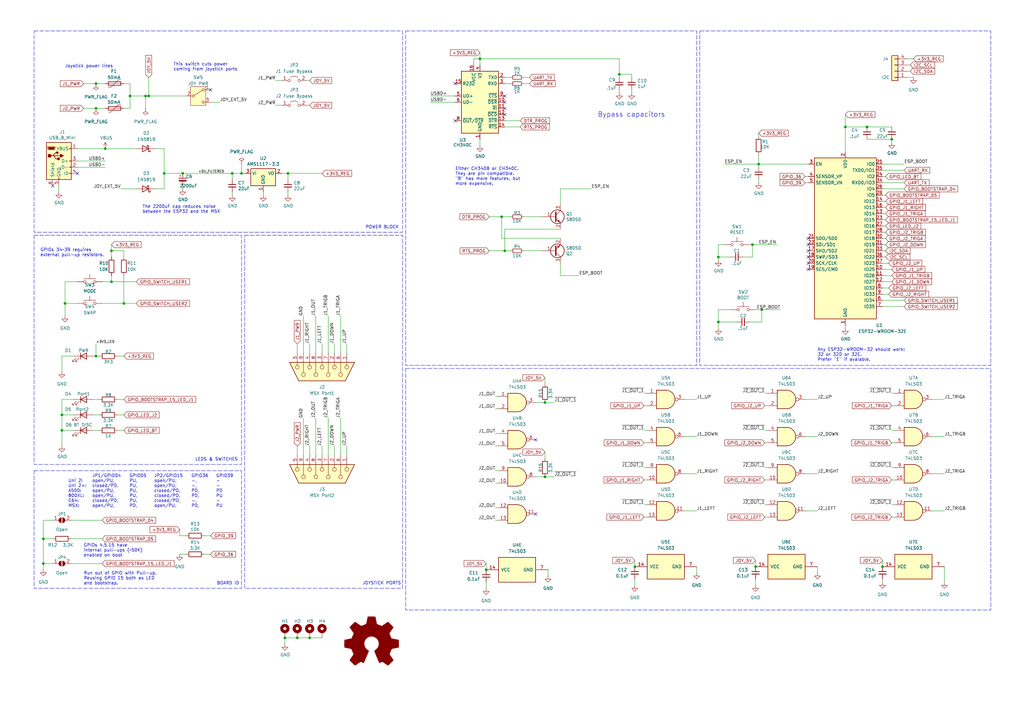
<source format=kicad_sch>
(kicad_sch (version 20230121) (generator eeschema)
  (paper "A3")
  (title_block (title "msx-joyblue-v2") (date "2024-04-14") (rev "Build2c") (company "Albert Herranz"))
  (junction (at 346.71 52.07))
  (junction (at 118.11 71.12))
  (junction (at 25.4 176.53))
  (junction (at 39.37 34.29))
  (junction (at 361.95 232.41))
  (junction (at 223.52 195.58))
  (junction (at 39.37 146.05))
  (junction (at 121.92 261.62))
  (junction (at 45.72 115.57))
  (junction (at 355.6 52.07))
  (junction (at 311.15 67.31))
  (junction (at 127 261.62))
  (junction (at 260.35 232.41))
  (junction (at 99.06 71.12))
  (junction (at 53.34 39.37))
  (junction (at 17.78 220.98))
  (junction (at 365.76 57.15))
  (junction (at 199.39 233.68))
  (junction (at 294.64 132.08))
  (junction (at 308.61 100.33))
  (junction (at 25.4 170.18))
  (junction (at 60.96 39.37))
  (junction (at 309.88 232.41))
  (junction (at 207.01 102.87))
  (junction (at 95.25 71.12))
  (junction (at 45.72 102.87))
  (junction (at 50.8 124.46))
  (junction (at 26.67 124.46))
  (junction (at 254 30.48))
  (junction (at 43.18 60.96))
  (junction (at 67.31 71.12))
  (junction (at 17.78 231.14))
  (junction (at 223.52 165.1))
  (junction (at 116.84 261.62))
  (junction (at 74.93 71.12))
  (junction (at 205.74 88.9))
  (junction (at 59.69 39.37))
  (junction (at 294.64 105.41))
  (junction (at 196.85 24.13))
  (junction (at 312.42 127))
  (junction (at 39.37 44.45))
  (no_connect (at 186.69 49.53))
  (no_connect (at 207.01 41.91))
  (no_connect (at 207.01 46.99))
  (no_connect (at 31.75 71.12))
  (no_connect (at 331.47 110.49))
  (no_connect (at 331.47 107.95))
  (no_connect (at 207.01 44.45))
  (no_connect (at 219.71 210.82))
  (no_connect (at 186.69 34.29))
  (no_connect (at 21.59 76.2))
  (no_connect (at 331.47 102.87))
  (no_connect (at 331.47 100.33))
  (no_connect (at 86.36 36.83))
  (no_connect (at 207.01 39.37))
  (no_connect (at 219.71 180.34))
  (no_connect (at 331.47 97.79))
  (no_connect (at 331.47 105.41))
  (wire (pts (xy 204.47 167.64) (xy 203.2 167.64)))
  (wire (pts (xy 67.31 77.47) (xy 63.5 77.47)))
  (wire (pts (xy 48.26 170.18) (xy 50.8 170.18)))
  (wire (pts (xy 38.1 170.18) (xy 40.64 170.18)))
  (wire (pts (xy 365.76 113.03) (xy 361.95 113.03)))
  (wire (pts (xy 200.66 102.87) (xy 207.01 102.87)))
  (wire (pts (xy 99.06 67.31) (xy 99.06 71.12)))
  (wire (pts (xy 294.64 127) (xy 294.64 132.08)))
  (wire (pts (xy 127 261.62) (xy 132.08 261.62)))
  (wire (pts (xy 17.78 231.14) (xy 17.78 233.68)))
  (wire (pts (xy 361.95 123.19) (xy 370.84 123.19)))
  (wire (pts (xy 45.72 100.33) (xy 45.72 102.87)))
  (wire (pts (xy 60.96 39.37) (xy 76.2 39.37)))
  (wire (pts (xy 21.59 231.14) (xy 17.78 231.14)))
  (wire (pts (xy 125.73 43.18) (xy 127 43.18)))
  (wire (pts (xy 361.95 77.47) (xy 370.84 77.47)))
  (wire (pts (xy 39.37 34.29) (xy 43.18 34.29)))
  (wire (pts (xy 199.39 238.76) (xy 199.39 241.3)))
  (wire (pts (xy 309.88 127) (xy 312.42 127)))
  (wire (pts (xy 294.64 105.41) (xy 299.72 105.41)))
  (wire (pts (xy 312.42 127) (xy 312.42 132.08)))
  (wire (pts (xy 99.06 71.12) (xy 100.33 71.12)))
  (wire (pts (xy 254 30.48) (xy 259.08 30.48)))
  (wire (pts (xy 223.52 195.58) (xy 227.33 195.58)))
  (wire (pts (xy 125.73 33.02) (xy 127 33.02)))
  (wire (pts (xy 196.85 24.13) (xy 254 24.13)))
  (wire (pts (xy 264.16 191.77) (xy 265.43 191.77)))
  (wire (pts (xy 367.03 196.85) (xy 365.76 196.85)))
  (wire (pts (xy 365.76 207.01) (xy 367.03 207.01)))
  (wire (pts (xy 95.25 71.12) (xy 95.25 73.66)))
  (wire (pts (xy 95.25 80.01) (xy 95.25 78.74)))
  (wire (pts (xy 74.93 76.2) (xy 74.93 77.47)))
  (wire (pts (xy 31.75 66.04) (xy 43.18 66.04)))
  (wire (pts (xy 254 36.83) (xy 254 38.1)))
  (wire (pts (xy 129.54 129.54) (xy 129.54 144.78)))
  (wire (pts (xy 29.21 213.36) (xy 41.91 213.36)))
  (wire (pts (xy 330.2 74.93) (xy 331.47 74.93)))
  (wire (pts (xy 60.96 31.75) (xy 60.96 39.37)))
  (wire (pts (xy 53.34 34.29) (xy 53.34 39.37)))
  (wire (pts (xy 229.87 93.98) (xy 207.01 93.98)))
  (wire (pts (xy 361.95 95.25) (xy 363.22 95.25)))
  (wire (pts (xy 355.6 57.15) (xy 365.76 57.15)))
  (wire (pts (xy 67.31 60.96) (xy 63.5 60.96)))
  (wire (pts (xy 259.08 30.48) (xy 259.08 31.75)))
  (wire (pts (xy 24.13 76.2) (xy 24.13 78.74)))
  (wire (pts (xy 50.8 102.87) (xy 50.8 105.41)))
  (wire (pts (xy 365.76 181.61) (xy 367.03 181.61)))
  (wire (pts (xy 107.95 78.74) (xy 107.95 80.01)))
  (wire (pts (xy 30.48 163.83) (xy 25.4 163.83)))
  (wire (pts (xy 346.71 133.35) (xy 346.71 134.62)))
  (wire (pts (xy 361.95 238.76) (xy 361.95 237.49)))
  (wire (pts (xy 361.95 85.09) (xy 363.22 85.09)))
  (wire (pts (xy 21.59 213.36) (xy 17.78 213.36)))
  (wire (pts (xy 83.82 219.71) (xy 86.36 219.71)))
  (wire (pts (xy 50.8 113.03) (xy 50.8 124.46)))
  (wire (pts (xy 311.15 67.31) (xy 331.47 67.31)))
  (wire (pts (xy 121.92 261.62) (xy 116.84 261.62)))
  (wire (pts (xy 196.85 21.59) (xy 196.85 24.13)))
  (wire (pts (xy 196.85 57.15) (xy 196.85 59.69)))
  (wire (pts (xy 31.75 60.96) (xy 43.18 60.96)))
  (wire (pts (xy 294.64 127) (xy 299.72 127)))
  (wire (pts (xy 25.4 176.53) (xy 25.4 182.88)))
  (wire (pts (xy 311.15 67.31) (xy 311.15 68.58)))
  (wire (pts (xy 200.66 88.9) (xy 205.74 88.9)))
  (wire (pts (xy 365.76 212.09) (xy 367.03 212.09)))
  (wire (pts (xy 311.15 54.61) (xy 311.15 55.88)))
  (wire (pts (xy 294.64 132.08) (xy 294.64 134.62)))
  (wire (pts (xy 309.88 232.41) (xy 309.88 229.87)))
  (wire (pts (xy 363.22 100.33) (xy 361.95 100.33)))
  (wire (pts (xy 229.87 77.47) (xy 242.57 77.47)))
  (wire (pts (xy 26.67 115.57) (xy 31.75 115.57)))
  (wire (pts (xy 260.35 232.41) (xy 260.35 229.87)))
  (wire (pts (xy 121.92 140.97) (xy 121.92 144.78)))
  (wire (pts (xy 364.49 118.11) (xy 361.95 118.11)))
  (polyline (pts (xy 24.892 69.596) (xy 24.892 68.326)))
  (wire (pts (xy 67.31 60.96) (xy 67.31 71.12)))
  (wire (pts (xy 361.95 67.31) (xy 370.84 67.31)))
  (wire (pts (xy 25.4 176.53) (xy 30.48 176.53)))
  (wire (pts (xy 364.49 107.95) (xy 361.95 107.95)))
  (wire (pts (xy 83.82 227.33) (xy 86.36 227.33)))
  (wire (pts (xy 132.08 182.88) (xy 132.08 186.69)))
  (wire (pts (xy 314.96 166.37) (xy 313.69 166.37)))
  (wire (pts (xy 207.01 34.29) (xy 209.55 34.29)))
  (wire (pts (xy 176.53 41.91) (xy 186.69 41.91)))
  (wire (pts (xy 39.37 146.05) (xy 40.64 146.05)))
  (wire (pts (xy 265.43 196.85) (xy 264.16 196.85)))
  (wire (pts (xy 361.95 74.93) (xy 370.84 74.93)))
  (wire (pts (xy 219.71 195.58) (xy 223.52 195.58)))
  (wire (pts (xy 314.96 181.61) (xy 313.69 181.61)))
  (wire (pts (xy 363.22 87.63) (xy 361.95 87.63)))
  (wire (pts (xy 25.4 170.18) (xy 25.4 176.53)))
  (wire (pts (xy 294.64 132.08) (xy 302.26 132.08)))
  (wire (pts (xy 17.78 220.98) (xy 17.78 231.14)))
  (wire (pts (xy 363.22 80.01) (xy 361.95 80.01)))
  (wire (pts (xy 365.76 191.77) (xy 367.03 191.77)))
  (wire (pts (xy 31.75 68.58) (xy 43.18 68.58)))
  (wire (pts (xy 194.31 24.13) (xy 194.31 26.67)))
  (wire (pts (xy 59.69 39.37) (xy 60.96 39.37)))
  (wire (pts (xy 330.2 194.31) (xy 335.28 194.31)))
  (wire (pts (xy 50.8 124.46) (xy 55.88 124.46)))
  (wire (pts (xy 39.37 44.45) (xy 43.18 44.45)))
  (wire (pts (xy 50.8 44.45) (xy 53.34 44.45)))
  (wire (pts (xy 264.16 207.01) (xy 265.43 207.01)))
  (wire (pts (xy 207.01 52.07) (xy 213.36 52.07)))
  (wire (pts (xy 90.17 41.91) (xy 86.36 41.91)))
  (wire (pts (xy 219.71 165.1) (xy 223.52 165.1)))
  (wire (pts (xy 204.47 182.88) (xy 203.2 182.88)))
  (wire (pts (xy 118.11 78.74) (xy 118.11 80.01)))
  (wire (pts (xy 137.16 140.97) (xy 137.16 144.78)))
  (wire (pts (xy 205.74 88.9) (xy 209.55 88.9)))
  (wire (pts (xy 204.47 198.12) (xy 203.2 198.12)))
  (wire (pts (xy 313.69 207.01) (xy 314.96 207.01)))
  (wire (pts (xy 204.47 213.36) (xy 203.2 213.36)))
  (wire (pts (xy 214.63 102.87) (xy 222.25 102.87)))
  (wire (pts (xy 26.67 124.46) (xy 26.67 129.54)))
  (wire (pts (xy 313.69 191.77) (xy 314.96 191.77)))
  (wire (pts (xy 313.69 161.29) (xy 314.96 161.29)))
  (wire (pts (xy 312.42 132.08) (xy 307.34 132.08)))
  (wire (pts (xy 127 182.88) (xy 127 186.69)))
  (wire (pts (xy 223.52 165.1) (xy 227.33 165.1)))
  (wire (pts (xy 307.34 100.33) (xy 308.61 100.33)))
  (wire (pts (xy 260.35 237.49) (xy 260.35 240.03)))
  (wire (pts (xy 38.1 163.83) (xy 40.64 163.83)))
  (wire (pts (xy 280.67 163.83) (xy 285.75 163.83)))
  (wire (pts (xy 41.91 124.46) (xy 50.8 124.46)))
  (wire (pts (xy 374.65 24.13) (xy 372.11 24.13)))
  (wire (pts (xy 363.22 102.87) (xy 361.95 102.87)))
  (wire (pts (xy 95.25 71.12) (xy 99.06 71.12)))
  (wire (pts (xy 363.22 97.79) (xy 361.95 97.79)))
  (wire (pts (xy 280.67 179.07) (xy 285.75 179.07)))
  (wire (pts (xy 176.53 39.37) (xy 186.69 39.37)))
  (wire (pts (xy 364.49 120.65) (xy 361.95 120.65)))
  (wire (pts (xy 229.87 97.79) (xy 205.74 97.79)))
  (wire (pts (xy 265.43 166.37) (xy 264.16 166.37)))
  (wire (pts (xy 331.47 72.39) (xy 330.2 72.39)))
  (wire (pts (xy 39.37 140.97) (xy 39.37 146.05)))
  (wire (pts (xy 365.76 110.49) (xy 361.95 110.49)))
  (wire (pts (xy 45.72 102.87) (xy 50.8 102.87)))
  (wire (pts (xy 38.1 176.53) (xy 40.64 176.53)))
  (wire (pts (xy 48.26 146.05) (xy 50.8 146.05)))
  (wire (pts (xy 26.67 115.57) (xy 26.67 124.46)))
  (wire (pts (xy 361.95 90.17) (xy 363.22 90.17)))
  (wire (pts (xy 139.7 171.45) (xy 139.7 186.69)))
  (wire (pts (xy 363.22 92.71) (xy 361.95 92.71)))
  (wire (pts (xy 203.2 208.28) (xy 204.47 208.28)))
  (wire (pts (xy 330.2 179.07) (xy 335.28 179.07)))
  (wire (pts (xy 45.72 113.03) (xy 45.72 115.57)))
  (wire (pts (xy 48.26 176.53) (xy 50.8 176.53)))
  (wire (pts (xy 45.72 105.41) (xy 45.72 102.87)))
  (wire (pts (xy 314.96 196.85) (xy 313.69 196.85)))
  (wire (pts (xy 365.76 176.53) (xy 367.03 176.53)))
  (wire (pts (xy 224.79 233.68) (xy 224.79 236.22)))
  (wire (pts (xy 34.29 44.45) (xy 39.37 44.45)))
  (wire (pts (xy 74.93 71.12) (xy 95.25 71.12)))
  (wire (pts (xy 382.27 163.83) (xy 387.35 163.83)))
  (wire (pts (xy 67.31 71.12) (xy 74.93 71.12)))
  (wire (pts (xy 134.62 129.54) (xy 134.62 144.78)))
  (wire (pts (xy 294.64 105.41) (xy 294.64 106.68)))
  (wire (pts (xy 203.2 162.56) (xy 204.47 162.56)))
  (wire (pts (xy 53.34 34.29) (xy 50.8 34.29)))
  (wire (pts (xy 25.4 163.83) (xy 25.4 170.18)))
  (wire (pts (xy 223.52 154.94) (xy 223.52 157.48)))
  (wire (pts (xy 330.2 163.83) (xy 335.28 163.83)))
  (wire (pts (xy 254 24.13) (xy 254 30.48)))
  (wire (pts (xy 41.91 220.98) (xy 29.21 220.98)))
  (wire (pts (xy 127 140.97) (xy 127 144.78)))
  (wire (pts (xy 55.88 77.47) (xy 49.53 77.47)))
  (wire (pts (xy 214.63 31.75) (xy 217.17 31.75)))
  (wire (pts (xy 67.31 71.12) (xy 67.31 77.47)))
  (wire (pts (xy 387.35 179.07) (xy 382.27 179.07)))
  (wire (pts (xy 73.66 217.17) (xy 73.66 219.71)))
  (wire (pts (xy 346.71 46.99) (xy 346.71 52.07)))
  (wire (pts (xy 367.03 166.37) (xy 365.76 166.37)))
  (wire (pts (xy 229.87 107.95) (xy 229.87 113.03)))
  (wire (pts (xy 53.34 39.37) (xy 59.69 39.37)))
  (wire (pts (xy 365.76 57.15) (xy 365.76 58.42)))
  (wire (pts (xy 59.69 44.45) (xy 59.69 39.37)))
  (wire (pts (xy 34.29 34.29) (xy 39.37 34.29)))
  (wire (pts (xy 121.92 182.88) (xy 121.92 186.69)))
  (wire (pts (xy 129.54 171.45) (xy 129.54 186.69)))
  (wire (pts (xy 207.01 93.98) (xy 207.01 102.87)))
  (wire (pts (xy 365.76 115.57) (xy 361.95 115.57)))
  (wire (pts (xy 17.78 213.36) (xy 17.78 220.98)))
  (wire (pts (xy 41.91 115.57) (xy 45.72 115.57)))
  (wire (pts (xy 382.27 194.31) (xy 387.35 194.31)))
  (wire (pts (xy 363.22 105.41) (xy 361.95 105.41)))
  (wire (pts (xy 314.96 212.09) (xy 313.69 212.09)))
  (wire (pts (xy 330.2 209.55) (xy 335.28 209.55)))
  (wire (pts (xy 308.61 100.33) (xy 308.61 105.41)))
  (wire (pts (xy 346.71 52.07) (xy 346.71 62.23)))
  (wire (pts (xy 308.61 105.41) (xy 304.8 105.41)))
  (wire (pts (xy 30.48 170.18) (xy 25.4 170.18)))
  (wire (pts (xy 205.74 97.79) (xy 205.74 88.9)))
  (wire (pts (xy 207.01 31.75) (xy 209.55 31.75)))
  (wire (pts (xy 196.85 24.13) (xy 196.85 26.67)))
  (wire (pts (xy 311.15 67.31) (xy 297.18 67.31)))
  (wire (pts (xy 73.66 227.33) (xy 76.2 227.33)))
  (wire (pts (xy 207.01 102.87) (xy 209.55 102.87)))
  (wire (pts (xy 196.85 24.13) (xy 194.31 24.13)))
  (wire (pts (xy 121.92 261.62) (xy 127 261.62)))
  (wire (pts (xy 203.2 193.04) (xy 204.47 193.04)))
  (wire (pts (xy 29.21 231.14) (xy 41.91 231.14)))
  (wire (pts (xy 254 30.48) (xy 254 31.75)))
  (wire (pts (xy 294.64 100.33) (xy 294.64 105.41)))
  (wire (pts (xy 361.95 229.87) (xy 361.95 232.41)))
  (wire (pts (xy 73.66 219.71) (xy 76.2 219.71)))
  (wire (pts (xy 311.15 63.5) (xy 311.15 67.31)))
  (wire (pts (xy 203.2 177.8) (xy 204.47 177.8)))
  (wire (pts (xy 313.69 176.53) (xy 314.96 176.53)))
  (wire (pts (xy 48.26 163.83) (xy 50.8 163.83)))
  (wire (pts (xy 285.75 232.41) (xy 285.75 234.95)))
  (wire (pts (xy 280.67 209.55) (xy 285.75 209.55)))
  (wire (pts (xy 373.38 29.21) (xy 372.11 29.21)))
  (wire (pts (xy 39.37 146.05) (xy 38.1 146.05)))
  (wire (pts (xy 355.6 52.07) (xy 365.76 52.07)))
  (wire (pts (xy 124.46 129.54) (xy 124.46 144.78)))
  (wire (pts (xy 259.08 36.83) (xy 259.08 38.1)))
  (wire (pts (xy 142.24 140.97) (xy 142.24 144.78)))
  (wire (pts (xy 308.61 100.33) (xy 318.77 100.33)))
  (wire (pts (xy 223.52 185.42) (xy 223.52 187.96)))
  (wire (pts (xy 297.18 100.33) (xy 294.64 100.33)))
  (wire (pts (xy 25.4 146.05) (xy 25.4 152.4)))
  (wire (pts (xy 311.15 73.66) (xy 311.15 74.93)))
  (wire (pts (xy 265.43 181.61) (xy 264.16 181.61)))
  (wire (pts (xy 30.48 146.05) (xy 25.4 146.05)))
  (wire (pts (xy 335.28 232.41) (xy 335.28 234.95)))
  (wire (pts (xy 214.63 88.9) (xy 222.25 88.9)))
  (wire (pts (xy 43.18 60.96) (xy 55.88 60.96)))
  (wire (pts (xy 214.63 34.29) (xy 217.17 34.29)))
  (wire (pts (xy 207.01 49.53) (xy 213.36 49.53)))
  (wire (pts (xy 363.22 82.55) (xy 361.95 82.55)))
  (wire (pts (xy 118.11 71.12) (xy 118.11 73.66)))
  (wire (pts (xy 137.16 182.88) (xy 137.16 186.69)))
  (wire (pts (xy 365.76 161.29) (xy 367.03 161.29)))
  (wire (pts (xy 142.24 182.88) (xy 142.24 186.69)))
  (wire (pts (xy 361.95 69.85) (xy 370.84 69.85)))
  (wire (pts (xy 229.87 83.82) (xy 229.87 77.47)))
  (wire (pts (xy 113.03 43.18) (xy 115.57 43.18)))
  (wire (pts (xy 264.16 161.29) (xy 265.43 161.29)))
  (wire (pts (xy 312.42 127) (xy 320.04 127)))
  (wire (pts (xy 134.62 171.45) (xy 134.62 186.69)))
  (wire (pts (xy 361.95 125.73) (xy 370.84 125.73)))
  (wire (pts (xy 199.39 233.68) (xy 199.39 231.14)))
  (wire (pts (xy 116.84 261.62) (xy 116.84 264.16)))
  (wire (pts (xy 387.35 209.55) (xy 382.27 209.55)))
  (wire (pts (xy 53.34 39.37) (xy 53.34 44.45)))
  (wire (pts (xy 264.16 176.53) (xy 265.43 176.53)))
  (wire (pts (xy 265.43 212.09) (xy 264.16 212.09)))
  (wire (pts (xy 26.67 124.46) (xy 31.75 124.46)))
  (wire (pts (xy 113.03 33.02) (xy 115.57 33.02)))
  (wire (pts (xy 373.38 26.67) (xy 372.11 26.67)))
  (wire (pts (xy 346.71 52.07) (xy 355.6 52.07)))
  (wire (pts (xy 124.46 171.45) (xy 124.46 186.69)))
  (wire (pts (xy 17.78 220.98) (xy 21.59 220.98)))
  (wire (pts (xy 118.11 71.12) (xy 132.08 71.12)))
  (wire (pts (xy 309.88 237.49) (xy 309.88 240.03)))
  (wire (pts (xy 45.72 115.57) (xy 55.88 115.57)))
  (wire (pts (xy 372.11 31.75) (xy 374.65 31.75)))
  (wire (pts (xy 132.08 140.97) (xy 132.08 144.78)))
  (wire (pts (xy 363.22 72.39) (xy 361.95 72.39)))
  (wire (pts (xy 139.7 129.54) (xy 139.7 144.78)))
  (wire (pts (xy 229.87 113.03) (xy 237.49 113.03)))
  (wire (pts (xy 280.67 194.31) (xy 285.75 194.31)))
  (wire (pts (xy 118.11 71.12) (xy 115.57 71.12)))
  (wire (pts (xy 387.35 238.76) (xy 387.35 232.41)))
  (rectangle (start 100.33 96.52) (end 165.1 241.3) (stroke (width 0) (type dash)))
  (rectangle (start 13.97 12.7) (end 165.1 95.25) (stroke (width 0) (type dash)))
  (rectangle (start 166.37 12.7) (end 285.75 149.86) (stroke (width 0) (type dash)))
  (rectangle (start 13.97 193.04) (end 99.06 241.3) (stroke (width 0) (type dash)))
  (rectangle (start 287.02 12.7) (end 406.4 149.86) (stroke (width 0) (type dash)))
  (rectangle (start 13.97 96.52) (end 99.06 190.5) (stroke (width 0) (type dash)))
  (rectangle (start 166.37 151.13) (end 406.4 250.19) (stroke (width 0) (type dash)))
  (text "		JP1/GPIO04	GPIO05	JP2/GPIO15	GPIO36	GPIO39\nUni 2:	open/PU,	PU,		open/PU,	-,		-\nUni 2+:	closed/PD,	PU,		open/PU,	-,		-\nA500:	open/PU,	PU,		closed/PD,	PD,		PD\n800XL:	open/PU,	PU,		closed/PD,	PD,		PU\nC64:	closed/PD,	PU,		closed/PD,	-,		-\nMSX:	open/PU,	PD,		open/PU,	PD,		PU" (at 27.94 208.28 0) (effects (font (size 1.27 1.27)) (justify left bottom)))
  (text "This switch cuts power\ncoming from joystick ports" (at 71.12 29.21 0) (effects (font (size 1.27 1.27)) (justify left bottom)))
  (text "GPIOs 4,5,15 have\ninternal pull-ups (~50K)\nenabled on boot" (at 34.29 228.6 0) (effects (font (size 1.27 1.27)) (justify left bottom)))
  (text "BOARD ID" (at 88.9 240.03 0) (effects (font (size 1.27 1.27)) (justify left bottom)))
  (text "Joystick power lines" (at 26.67 27.94 0) (effects (font (size 1.27 1.27)) (justify left bottom)))
  (text "GPIOs 34~39 requires\nexternal pull-up resistors." (at 16.51 105.41 0) (effects (font (size 1.27 1.27)) (justify left bottom)))
  (text "POWER BLOCK" (at 149.86 93.98 0) (effects (font (size 1.27 1.27)) (justify left bottom)))
  (text "JOYSTICK PORTS" (at 148.59 240.03 0) (effects (font (size 1.27 1.27)) (justify left bottom)))
  (text "Bypass capacitors" (at 245.11 48.26 0) (effects (font (size 2 2)) (justify left bottom)))
  (text "Run out of GPIO with Pull-up.\nReusing GPIO 15 both as LED\nand bootstrap." (at 34.29 240.03 0) (effects (font (size 1.27 1.27)) (justify left bottom)))
  (text "LEDS & SWITCHES" (at 80.01 189.23 0) (effects (font (size 1.27 1.27)) (justify left bottom)))
  (text "Either CH340B or CH340C.\nThey are pin compatible.\n\"B\" has more features, but\nmore expensive." (at 186.69 76.2 0) (effects (font (size 1.27 1.27)) (justify left bottom)))
  (text "Any ESP32-WROOM-32 should work:\n32 or 32D or 32E.\nPrefer \"E\" if avaiable." (at 335.28 148.336 0) (effects (font (size 1.27 1.27)) (justify left bottom)))
  (text "The 2200uF cap reduces noise\nbetween the ESP32 and the MSX\n" (at 58.42 87.63 0) (effects (font (size 1.27 1.27)) (justify left bottom)))
  (label "J2_OUT" (at 203.2 208.28 180))
  (label "~{J1_OUT_1}" (at 227.33 165.1 0))
  (label "~{J2_OUT_1}" (at 365.76 207.01 180))
  (label "~{J1_OUT_1}" (at 365.76 176.53 180))
  (label "J2_RIGHT" (at 127 182.88 90))
  (label "J2_OUT" (at 203.2 198.12 180))
  (label "JOY_EXT_5V" (at 49.53 77.47 180))
  (label "J2_OUT" (at 203.2 213.36 180))
  (label "J1_OUT" (at 203.2 182.88 180))
  (label "~{J2_OUT_1}" (at 365.76 191.77 180))
  (label "J2_TRIGB" (at 387.35 209.55 0))
  (label "J2_TRIGA" (at 139.7 171.45 90))
  (label "J2_UP" (at 335.28 163.83 0))
  (label "J1_RIGHT" (at 127 140.97 90))
  (label "JOY_EXT_5V" (at 90.17 41.91 0))
  (label "J1_OUT" (at 203.2 177.8 180))
  (label "ESP_EN" (at 297.18 67.31 0))
  (label "J1_DOWN" (at 285.75 179.07 0))
  (label "USBD+" (at 176.53 39.37 0))
  (label "J1_RIGHT" (at 285.75 194.31 0))
  (label "~{J1_OUT_1}" (at 365.76 161.29 180))
  (label "J2_LEFT" (at 132.08 182.88 90))
  (label "J1_PWR" (at 113.03 33.02 180))
  (label "J2_TRIGA" (at 387.35 194.31 0))
  (label "J2_OUT" (at 203.2 193.04 180))
  (label "ESP_EN" (at 311.15 100.33 0))
  (label "J1_LEFT" (at 285.75 209.55 0))
  (label "J2_TRIGB" (at 134.62 171.45 90))
  (label "ESP_BOOT" (at 237.49 113.03 0))
  (label "J1_TRIGB" (at 134.62 129.54 90))
  (label "J1_TRIGA" (at 139.7 129.54 90))
  (label "ESP_BOOT" (at 320.04 127 180))
  (label "J1_TRIGA" (at 387.35 163.83 0))
  (label "J1_OUT" (at 203.2 162.56 180))
  (label "J1_LEFT" (at 132.08 140.97 90))
  (label "J1_OUT" (at 129.54 129.54 90))
  (label "~{J1_OUT_1}" (at 264.16 176.53 180))
  (label "J2_RIGHT" (at 335.28 194.31 0))
  (label "~{J1_OUT_1}" (at 264.16 207.01 180))
  (label "~{J1_OUT_1}" (at 264.16 191.77 180))
  (label "J2_PWR" (at 113.03 43.18 180))
  (label "USBD-" (at 43.18 68.58 180))
  (label "J2_UP" (at 142.24 182.88 90))
  (label "~{J2_OUT_1}" (at 313.69 191.77 180))
  (label "J1_UP" (at 142.24 140.97 90))
  (label "~{J2_OUT_1}" (at 313.69 176.53 180))
  (label "J2_DOWN" (at 335.28 179.07 0))
  (label "USBD-" (at 176.53 41.91 0))
  (label "USBD+" (at 43.18 66.04 180))
  (label "J2_OUT" (at 129.54 171.45 90))
  (label "GND" (at 124.46 171.45 90))
  (label "J1_OUT" (at 203.2 167.64 180))
  (label "J2_LEFT" (at 335.28 209.55 0))
  (label "ESP_EN" (at 242.57 77.47 0))
  (label "~{J2_OUT_1}" (at 227.33 195.58 0))
  (label "~{J1_OUT_1}" (at 264.16 161.29 180))
  (label "J1_UP" (at 285.75 163.83 0))
  (label "~{J2_OUT_1}" (at 313.69 161.29 180))
  (label "GND" (at 124.46 129.54 90))
  (label "ESP_BOOT" (at 370.84 67.31 0))
  (label "+5V_FILTERED" (at 81.28 71.12 0) (effects (font (size 1 1))))
  (label "J1_TRIGB" (at 387.35 179.07 0))
  (label "J1_DOWN" (at 137.16 140.97 90))
  (label "~{J2_OUT_1}" (at 313.69 207.01 180))
  (label "+3V3_LED" (at 39.37 140.97 0) (effects (font (size 1 1))))
  (label "J2_DOWN" (at 137.16 182.88 90))
  (global_label "JOY_5V" (shape input) (at 223.52 185.42 180) (property "Intersheetrefs" "${INTERSHEET_REFS}" (effects hide)))
  (global_label "+3V3_REG" (shape input) (at 311.15 54.61 0) (property "Intersheetrefs" "${INTERSHEET_REFS}" (effects hide)))
  (global_label "GPIO_J2_TRIGB" (shape input) (at 365.76 212.09 180) (property "Intersheetrefs" "${INTERSHEET_REFS}" (effects hide)))
  (global_label "GPIO_36" (shape input) (at 86.36 227.33 0) (property "Intersheetrefs" "${INTERSHEET_REFS}" (effects hide)))
  (global_label "GPIO_J2_DOWN" (shape input) (at 363.22 100.33 0) (property "Intersheetrefs" "${INTERSHEET_REFS}" (effects hide)))
  (global_label "UART_RX" (shape input) (at 370.84 69.85 0) (property "Intersheetrefs" "${INTERSHEET_REFS}" (effects hide)))
  (global_label "GPIO_J1_RIGHT" (shape input) (at 363.22 85.09 0) (property "Intersheetrefs" "${INTERSHEET_REFS}" (effects hide)))
  (global_label "GPIO_J1_UP" (shape input) (at 365.76 110.49 0) (property "Intersheetrefs" "${INTERSHEET_REFS}" (effects hide)))
  (global_label "JOY_5V" (shape input) (at 260.35 229.87 180) (property "Intersheetrefs" "${INTERSHEET_REFS}" (effects hide)))
  (global_label "GPIO_BOOTSTRAP_04" (shape input) (at 41.91 213.36 0) (property "Intersheetrefs" "${INTERSHEET_REFS}" (effects hide)))
  (global_label "GPIO_LED_J2" (shape input) (at 363.22 92.71 0) (property "Intersheetrefs" "${INTERSHEET_REFS}" (effects hide)))
  (global_label "GPIO_BOOTSTRAP_05" (shape input) (at 363.22 80.01 0) (property "Intersheetrefs" "${INTERSHEET_REFS}" (effects hide)))
  (global_label "GPIO_J2_TRIGA" (shape input) (at 365.76 196.85 180) (property "Intersheetrefs" "${INTERSHEET_REFS}" (effects hide)))
  (global_label "GPIO_J1_LEFT" (shape input) (at 363.22 82.55 0) (property "Intersheetrefs" "${INTERSHEET_REFS}" (effects hide)))
  (global_label "RTS_PROG" (shape input) (at 200.66 102.87 180) (property "Intersheetrefs" "${INTERSHEET_REFS}" (effects hide)))
  (global_label "GPIO_J1_RIGHT" (shape input) (at 264.16 196.85 180) (property "Intersheetrefs" "${INTERSHEET_REFS}" (effects hide)))
  (global_label "GPIO_LED_BT" (shape input) (at 50.8 176.53 0) (property "Intersheetrefs" "${INTERSHEET_REFS}" (effects hide)))
  (global_label "GPIO_SWITCH_USER1" (shape input) (at 370.84 123.19 0) (property "Intersheetrefs" "${INTERSHEET_REFS}" (effects hide)))
  (global_label "GPIO_J2_DOWN" (shape input) (at 313.69 181.61 180) (property "Intersheetrefs" "${INTERSHEET_REFS}" (effects hide)))
  (global_label "GPIO_J2_RIGHT" (shape input) (at 313.69 196.85 180) (property "Intersheetrefs" "${INTERSHEET_REFS}" (effects hide)))
  (global_label "JOY_5V" (shape input) (at 60.96 31.75 90) (property "Intersheetrefs" "${INTERSHEET_REFS}" (effects hide)))
  (global_label "UART_RX" (shape input) (at 217.17 34.29 0) (property "Intersheetrefs" "${INTERSHEET_REFS}" (effects hide)))
  (global_label "GPIO_J1_TRIGB" (shape input) (at 365.76 181.61 180) (property "Intersheetrefs" "${INTERSHEET_REFS}" (effects hide)))
  (global_label "GPIO_BOOTSTRAP_05" (shape input) (at 41.91 220.98 0) (property "Intersheetrefs" "${INTERSHEET_REFS}" (effects hide)))
  (global_label "GPIO_BOOTSTRAP_15_LED_J1" (shape input) (at 41.91 231.14 0) (property "Intersheetrefs" "${INTERSHEET_REFS}" (effects hide)))
  (global_label "+3V3_REG" (shape input) (at 196.85 21.59 180) (property "Intersheetrefs" "${INTERSHEET_REFS}" (effects hide)))
  (global_label "+3V3_REG" (shape input) (at 132.08 71.12 0) (property "Intersheetrefs" "${INTERSHEET_REFS}" (effects hide)))
  (global_label "JOY_5V" (shape input) (at 361.95 229.87 180) (property "Intersheetrefs" "${INTERSHEET_REFS}" (effects hide)))
  (global_label "GPIO_BOOTSTRAP_04" (shape input) (at 370.84 77.47 0) (property "Intersheetrefs" "${INTERSHEET_REFS}" (effects hide)))
  (global_label "GPIO_BOOTSTRAP_15_LED_J1" (shape input) (at 363.22 90.17 0) (property "Intersheetrefs" "${INTERSHEET_REFS}" (effects hide)))
  (global_label "J2_PWR" (shape input) (at 121.92 182.88 90) (property "Intersheetrefs" "${INTERSHEET_REFS}" (effects hide)))
  (global_label "GPIO_J2_TRIGA" (shape input) (at 363.22 97.79 0) (property "Intersheetrefs" "${INTERSHEET_REFS}" (effects hide)))
  (global_label "GPIO_J2_LEFT" (shape input) (at 313.69 212.09 180) (property "Intersheetrefs" "${INTERSHEET_REFS}" (effects hide)))
  (global_label "GPIO_BOOTSTRAP_15_LED_J1" (shape input) (at 50.8 163.83 0) (property "Intersheetrefs" "${INTERSHEET_REFS}" (effects hide)))
  (global_label "GPIO_J2_TRIGB" (shape input) (at 363.22 95.25 0) (property "Intersheetrefs" "${INTERSHEET_REFS}" (effects hide)))
  (global_label "+3V3_REG" (shape input) (at 45.72 100.33 0) (property "Intersheetrefs" "${INTERSHEET_REFS}" (effects hide)))
  (global_label "GPIO_LED_J2" (shape input) (at 50.8 170.18 0) (property "Intersheetrefs" "${INTERSHEET_REFS}" (effects hide)))
  (global_label "J1_PWR" (shape input) (at 34.29 34.29 180) (property "Intersheetrefs" "${INTERSHEET_REFS}" (effects hide)))
  (global_label "JOY_5V" (shape input) (at 199.39 231.14 180) (property "Intersheetrefs" "${INTERSHEET_REFS}" (effects hide)))
  (global_label "GPIO_SWITCH_USER2" (shape input) (at 370.84 125.73 0) (property "Intersheetrefs" "${INTERSHEET_REFS}" (effects hide)))
  (global_label "I2C_SDA" (shape input) (at 373.38 29.21 0) (property "Intersheetrefs" "${INTERSHEET_REFS}" (effects hide)))
  (global_label "JOY_5V" (shape input) (at 127 33.02 0) (property "Intersheetrefs" "${INTERSHEET_REFS}" (effects hide)))
  (global_label "I2C_SCL" (shape input) (at 373.38 26.67 0) (property "Intersheetrefs" "${INTERSHEET_REFS}" (effects hide)))
  (global_label "JOY_5V" (shape input) (at 309.88 229.87 180) (property "Intersheetrefs" "${INTERSHEET_REFS}" (effects hide)))
  (global_label "I2C_SCL" (shape input) (at 363.22 105.41 0) (property "Intersheetrefs" "${INTERSHEET_REFS}" (effects hide)))
  (global_label "GPIO_J1_TRIGB" (shape input) (at 365.76 113.03 0) (property "Intersheetrefs" "${INTERSHEET_REFS}" (effects hide)))
  (global_label "J2_PWR" (shape input) (at 34.29 44.45 180) (property "Intersheetrefs" "${INTERSHEET_REFS}" (effects hide)))
  (global_label "GPIO_J1_TRIGA" (shape input) (at 363.22 87.63 0) (property "Intersheetrefs" "${INTERSHEET_REFS}" (effects hide)))
  (global_label "J1_PWR" (shape input) (at 121.92 140.97 90) (property "Intersheetrefs" "${INTERSHEET_REFS}" (effects hide)))
  (global_label "UART_TX" (shape input) (at 370.84 74.93 0) (property "Intersheetrefs" "${INTERSHEET_REFS}" (effects hide)))
  (global_label "GPIO_J2_UP" (shape input) (at 313.69 166.37 180) (property "Intersheetrefs" "${INTERSHEET_REFS}" (effects hide)))
  (global_label "RTS_PROG" (shape input) (at 213.36 52.07 0) (property "Intersheetrefs" "${INTERSHEET_REFS}" (effects hide)))
  (global_label "GPIO_39" (shape input) (at 86.36 219.71 0) (property "Intersheetrefs" "${INTERSHEET_REFS}" (effects hide)))
  (global_label "GPIO_J1_TRIGA" (shape input) (at 365.76 166.37 180) (property "Intersheetrefs" "${INTERSHEET_REFS}" (effects hide)))
  (global_label "+3V3_REG" (shape input) (at 73.66 217.17 180) (property "Intersheetrefs" "${INTERSHEET_REFS}" (effects hide)))
  (global_label "GPIO_J2_RIGHT" (shape input) (at 364.49 120.65 0) (property "Intersheetrefs" "${INTERSHEET_REFS}" (effects hide)))
  (global_label "GPIO_J1_DOWN" (shape input) (at 264.16 181.61 180) (property "Intersheetrefs" "${INTERSHEET_REFS}" (effects hide)))
  (global_label "GPIO_SWITCH_USER2" (shape input) (at 55.88 124.46 0) (property "Intersheetrefs" "${INTERSHEET_REFS}" (effects hide)))
  (global_label "GPIO_J1_UP" (shape input) (at 264.16 166.37 180) (property "Intersheetrefs" "${INTERSHEET_REFS}" (effects hide)))
  (global_label "DTR_PROG" (shape input) (at 213.36 49.53 0) (property "Intersheetrefs" "${INTERSHEET_REFS}" (effects hide)))
  (global_label "GPIO_J1_DOWN" (shape input) (at 365.76 115.57 0) (property "Intersheetrefs" "${INTERSHEET_REFS}" (effects hide)))
  (global_label "GPIO_J2_UP" (shape input) (at 364.49 107.95 0) (property "Intersheetrefs" "${INTERSHEET_REFS}" (effects hide)))
  (global_label "GPIO_39" (shape input) (at 330.2 74.93 180) (property "Intersheetrefs" "${INTERSHEET_REFS}" (effects hide)))
  (global_label "UART_TX" (shape input) (at 217.17 31.75 0) (property "Intersheetrefs" "${INTERSHEET_REFS}" (effects hide)))
  (global_label "DTR_PROG" (shape input) (at 200.66 88.9 180) (property "Intersheetrefs" "${INTERSHEET_REFS}" (effects hide)))
  (global_label "GPIO_J2_LEFT" (shape input) (at 364.49 118.11 0) (property "Intersheetrefs" "${INTERSHEET_REFS}" (effects hide)))
  (global_label "GPIO_LED_BT" (shape input) (at 363.22 72.39 0) (property "Intersheetrefs" "${INTERSHEET_REFS}" (effects hide)))
  (global_label "GPIO_SWITCH_USER1" (shape input) (at 55.88 115.57 0) (property "Intersheetrefs" "${INTERSHEET_REFS}" (effects hide)))
  (global_label "+3V3_REG" (shape input) (at 50.8 146.05 0) (property "Intersheetrefs" "${INTERSHEET_REFS}" (effects hide)))
  (global_label "GPIO_J1_LEFT" (shape input) (at 264.16 212.09 180) (property "Intersheetrefs" "${INTERSHEET_REFS}" (effects hide)))
  (global_label "I2C_SDA" (shape input) (at 363.22 102.87 0) (property "Intersheetrefs" "${INTERSHEET_REFS}" (effects hide)))
  (global_label "+3V3_REG" (shape input) (at 374.65 24.13 0) (property "Intersheetrefs" "${INTERSHEET_REFS}" (effects hide)))
  (global_label "GPIO_36" (shape input) (at 330.2 72.39 180) (property "Intersheetrefs" "${INTERSHEET_REFS}" (effects hide)))
  (global_label "+3V3_REG" (shape input) (at 346.71 46.99 0) (property "Intersheetrefs" "${INTERSHEET_REFS}" (effects hide)))
  (global_label "JOY_5V" (shape input) (at 127 43.18 0) (property "Intersheetrefs" "${INTERSHEET_REFS}" (effects hide)))
  (global_label "JOY_5V" (shape input) (at 223.52 154.94 180) (property "Intersheetrefs" "${INTERSHEET_REFS}" (effects hide)))
  (symbol (lib_id "Device:R") (at 80.01 219.71 270) (mirror x) (unit 1)
    (property "Reference" "R13" (at 80.01 214.884 90))
    (property "Value" "10K" (at 80.01 217.17 90))
    (property "Footprint" "Resistor_SMD:R_0805_2012Metric_Pad1.20x1.40mm_HandSolder" (effects hide))
  )
  (symbol (lib_id "power:GND") (at 309.88 240.03 0) (unit 1)
    (property "Reference" "#PWR025" (effects hide))
    (property "Value" "GND" (at 309.88 245.11 0))
  )
  (symbol (lib_id "power:GND") (at 95.25 80.01 0) (unit 1)
    (property "Reference" "#PWR015" (effects hide))
    (property "Value" "GND" (at 95.377 84.4042 0))
  )
  (symbol (lib_id "power:GND") (at 116.84 264.16 0) (unit 1)
    (property "Reference" "#PWR09" (effects hide))
    (property "Value" "GND" (at 116.967 268.5542 0))
  )
  (symbol (lib_id "74xx:74LS03") (at 212.09 195.58 0) (unit 3)
    (property "Reference" "U4" (at 212.0817 186.69 0))
    (property "Value" "74LS03" (at 212.0817 189.23 0))
    (property "Footprint" "Package_SO:SOIC-14_3.9x8.7mm_P1.27mm" (effects hide))
    (property "Datasheet" "http://www.ti.com/lit/gpn/sn74LS03" (effects hide))
  )
  (symbol (lib_id "Device:C_Small") (at 355.6 54.61 0) (unit 1)
    (property "Reference" "C4" (at 350.52 53.34 0))
    (property "Value" ".1uF" (at 350.52 55.88 0))
    (property "Footprint" "Capacitor_SMD:C_0805_2012Metric_Pad1.18x1.45mm_HandSolder" (effects hide))
  )
  (symbol (lib_id "power:GND") (at 294.64 134.62 0) (unit 1)
    (property "Reference" "#PWR02" (effects hide))
    (property "Value" "GND" (at 294.767 139.0142 0))
  )
  (symbol (lib_id "power:GND") (at 260.35 240.03 0) (unit 1)
    (property "Reference" "#PWR023" (effects hide))
    (property "Value" "GND" (at 260.35 245.11 0))
  )
  (symbol (lib_id "power:GND") (at 224.79 236.22 0) (unit 1)
    (property "Reference" "#PWR021" (effects hide))
    (property "Value" "GND" (at 224.79 241.3 0))
  )
  (symbol (lib_id "74xx:74LS03") (at 212.09 233.68 90) (unit 5)
    (property "Reference" "U4" (at 212.09 223.52 90))
    (property "Value" "74LS03" (at 212.09 226.06 90))
    (property "Footprint" "Package_SO:SOIC-14_3.9x8.7mm_P1.27mm" (effects hide))
    (property "Datasheet" "http://www.ti.com/lit/gpn/sn74LS03" (effects hide))
  )
  (symbol (lib_id "Device:C_Small") (at 309.88 234.95 0) (unit 1)
    (property "Reference" "C13" (at 304.8 233.68 0))
    (property "Value" "0.1uF" (at 304.8 236.22 0))
    (property "Footprint" "Capacitor_SMD:C_0805_2012Metric_Pad1.18x1.45mm_HandSolder" (effects hide))
  )
  (symbol (lib_id "Device:C_Small") (at 311.15 71.12 0) (unit 1)
    (property "Reference" "C3" (at 306.07 69.85 0))
    (property "Value" "22uF" (at 306.07 72.39 0))
    (property "Footprint" "Capacitor_SMD:C_0805_2012Metric_Pad1.18x1.45mm_HandSolder" (effects hide))
  )
  (symbol (lib_id "74xx:74LS03") (at 374.65 209.55 0) (unit 4)
    (property "Reference" "U7" (at 374.6417 200.66 0))
    (property "Value" "74LS03" (at 374.6417 203.2 0))
    (property "Footprint" "Package_SO:SOIC-14_3.9x8.7mm_P1.27mm" (effects hide))
    (property "Datasheet" "http://www.ti.com/lit/gpn/sn74LS03" (effects hide))
  )
  (symbol (lib_id "Regulator_Linear:AMS1117-3.3") (at 107.95 71.12 0) (unit 1)
    (property "Reference" "U2" (at 107.95 64.9732 0))
    (property "Value" "AMS1117-3.3" (at 107.95 67.2846 0))
    (property "Footprint" "Package_TO_SOT_SMD:SOT-223-3_TabPin2" (effects hide))
    (property "Datasheet" "http://www.advanced-monolithic.com/pdf/ds1117.pdf" (effects hide))
  )
  (symbol (lib_id "Device:R_Small") (at 212.09 34.29 270) (unit 1)
    (property "Reference" "R6" (at 212.09 36.068 90))
    (property "Value" "1K" (at 212.09 37.592 90))
    (property "Footprint" "Resistor_SMD:R_0805_2012Metric_Pad1.20x1.40mm_HandSolder" (effects hide))
  )
  (symbol (lib_id "power:GND") (at 311.15 74.93 0) (unit 1)
    (property "Reference" "#PWR05" (effects hide))
    (property "Value" "GND" (at 311.277 79.3242 0))
  )
  (symbol (lib_id "Graphic:Logo_Open_Hardware_Large") (at 152.4 264.16 0) (unit 1) (in_bom no)
    (property "Reference" "SYM1" (effects hide))
    (property "Value" "Logo_Open_Hardware_Large" (effects hide))
    (property "Footprint" "Symbol:OSHW-Logo_7.5x8mm_SilkScreen" (effects hide))
    (property "Sim.Enable" "0" (effects hide))
  )
  (symbol (lib_id "power:GND") (at 285.75 234.95 0) (unit 1)
    (property "Reference" "#PWR024" (effects hide))
    (property "Value" "GND" (at 285.75 240.03 0))
  )
  (symbol (lib_id "Device:C_Small") (at 304.8 132.08 90) (unit 1)
    (property "Reference" "C2" (at 304.8 129.54 90))
    (property "Value" ".1uF" (at 304.8 134.62 90))
    (property "Footprint" "Capacitor_SMD:C_0805_2012Metric_Pad1.18x1.45mm_HandSolder" (effects hide))
  )
  (symbol (lib_id "Switch:SW_Push") (at 304.8 127 0) (unit 1)
    (property "Reference" "SW2" (at 304.8 119.761 0))
    (property "Value" "BOOT" (at 304.8 122.0724 0))
    (property "Footprint" "Unijoysticle:SW_Push_1P1T_NO_5.1x5.1mm" (effects hide))
  )
  (symbol (lib_id "Connector:DE9_Receptacle") (at 132.08 194.31 270) (unit 1)
    (property "Reference" "J3" (at 132.08 200.66 90))
    (property "Value" "MSX Port2" (at 132.08 203.2 90))
    (property "Footprint" "Connector_JST:JST_PH_S9B-PH-K_1x09_P2.00mm_Horizontal" (effects hide))
    (property "Datasheet" " ~" (effects hide))
  )
  (symbol (lib_id "74xx:74LS03") (at 322.58 163.83 0) (unit 1)
    (property "Reference" "U6" (at 322.5717 154.94 0))
    (property "Value" "74LS03" (at 322.5717 157.48 0))
    (property "Footprint" "Package_SO:SOIC-14_3.9x8.7mm_P1.27mm" (effects hide))
    (property "Datasheet" "http://www.ti.com/lit/gpn/sn74LS03" (effects hide))
  )
  (symbol (lib_id "Mechanical:MountingHole_Pad") (at 116.84 259.08 0) (unit 1)
    (property "Reference" "H1" (at 115.57 254.762 0) (effects (justify left)))
    (property "Value" "MountingHole_Pad" (effects hide))
    (property "Footprint" "My_Components:Hole_3mm" (effects hide))
  )
  (symbol (lib_id "RF_Module:ESP32-WROOM-32D") (at 346.71 97.79 0) (unit 1)
    (property "Reference" "U1" (at 360.68 133.35 0))
    (property "Value" "ESP32-WROOM-32E" (at 361.95 135.89 0))
    (property "Footprint" "My_Components:ESP32-WROOM-32" (effects hide))
    (property "Datasheet" "https://www.espressif.com/sites/default/files/documentation/esp32-wroom-32d_esp32-wroom-32u_datasheet_en.pdf" (effects hide))
    (property "LCSC" "C701341" (effects hide))
  )
  (symbol (lib_id "Device:R") (at 44.45 176.53 90) (unit 1)
    (property "Reference" "R7" (at 44.45 174.752 90))
    (property "Value" "1K" (at 44.45 178.816 90))
    (property "Footprint" "Resistor_SMD:R_0805_2012Metric_Pad1.20x1.40mm_HandSolder" (effects hide))
    (property "LCSC" "C4310" (effects hide))
  )
  (symbol (lib_id "Device:C_Polarized_Small") (at 74.93 73.66 0) (unit 1)
    (property "Reference" "C6" (at 76.2 72.39 0) (effects (justify left)))
    (property "Value" "2200uF" (at 73.66 76.2 0) (effects (justify left)))
    (property "Footprint" "Capacitor_SMD:CP_Elec_10x10.5" (effects hide))
  )
  (symbol (lib_id "Mechanical:MountingHole_Pad") (at 127 259.08 0) (unit 1)
    (property "Reference" "H3" (at 125.73 254.762 0) (effects (justify left)))
    (property "Value" "MountingHole_Pad" (effects hide))
    (property "Footprint" "My_Components:Hole_3mm" (effects hide))
  )
  (symbol (lib_id "Device:C_Small") (at 95.25 76.2 0) (unit 1)
    (property "Reference" "C7" (at 97.5868 75.0316 0) (effects (justify left)))
    (property "Value" "22uF" (at 97.5868 77.343 0) (effects (justify left)))
    (property "Footprint" "Capacitor_SMD:C_0805_2012Metric_Pad1.18x1.45mm_HandSolder" (effects hide))
  )
  (symbol (lib_id "Switch:SW_SPDT") (at 81.28 39.37 0) (unit 1)
    (property "Reference" "SW5" (at 81.28 31.75 0))
    (property "Value" "JOY PWR" (at 81.28 34.29 0))
    (property "Footprint" "My_Components:SW_SK-12D07G6-1P2T-6mm" (effects hide))
  )
  (symbol (lib_id "power:PWR_FLAG") (at 39.37 34.29 180) (unit 1)
    (property "Reference" "#FLG01" (effects hide))
    (property "Value" "PWR_FLAG" (at 39.37 39.751 0))
  )
  (symbol (lib_id "74xx:74LS03") (at 273.05 179.07 0) (unit 2)
    (property "Reference" "U5" (at 273.0417 170.18 0))
    (property "Value" "74LS03" (at 273.0417 172.72 0))
    (property "Footprint" "Package_SO:SOIC-14_3.9x8.7mm_P1.27mm" (effects hide))
    (property "Datasheet" "http://www.ti.com/lit/gpn/sn74LS03" (effects hide))
  )
  (symbol (lib_id "Device:R_Small") (at 212.09 88.9 270) (unit 1)
    (property "Reference" "R3" (at 212.09 87.376 90))
    (property "Value" "10K" (at 212.09 90.678 90))
    (property "Footprint" "Resistor_SMD:R_0805_2012Metric_Pad1.20x1.40mm_HandSolder" (effects hide))
  )
  (symbol (lib_id "power:GND") (at 17.78 233.68 0) (unit 1)
    (property "Reference" "#PWR029" (effects hide))
    (property "Value" "GND" (at 17.78 238.76 0))
  )
  (symbol (lib_id "Device:C_Small") (at 199.39 236.22 0) (unit 1)
    (property "Reference" "C11" (at 194.31 234.95 0))
    (property "Value" "0.1uF" (at 194.31 237.49 0))
    (property "Footprint" "Capacitor_SMD:C_0805_2012Metric_Pad1.18x1.45mm_HandSolder" (effects hide))
  )
  (symbol (lib_id "Device:R") (at 80.01 227.33 270) (mirror x) (unit 1)
    (property "Reference" "R14" (at 80.01 222.504 90))
    (property "Value" "3.3K" (at 80.01 224.79 90))
    (property "Footprint" "Resistor_SMD:R_0805_2012Metric_Pad1.20x1.40mm_HandSolder" (effects hide))
  )
  (symbol (lib_id "74xx:74LS03") (at 212.09 210.82 0) (unit 4)
    (property "Reference" "U4" (at 212.0817 201.93 0))
    (property "Value" "74LS03" (at 212.0817 204.47 0))
    (property "Footprint" "Package_SO:SOIC-14_3.9x8.7mm_P1.27mm" (effects hide))
    (property "Datasheet" "http://www.ti.com/lit/gpn/sn74LS03" (effects hide))
  )
  (symbol (lib_id "power:GND") (at 361.95 238.76 0) (unit 1)
    (property "Reference" "#PWR027" (effects hide))
    (property "Value" "GND" (at 361.95 243.84 0))
  )
  (symbol (lib_id "power:GND") (at 118.11 80.01 0) (unit 1)
    (property "Reference" "#PWR020" (effects hide))
    (property "Value" "GND" (at 118.237 84.4042 0))
  )
  (symbol (lib_id "Device:Q_NPN_BEC") (at 227.33 102.87 0) (mirror x) (unit 1)
    (property "Reference" "Q2" (at 232.156 104.0384 0) (effects (justify left)))
    (property "Value" "S8050" (at 232.156 101.727 0) (effects (justify left)))
    (property "Footprint" "Package_TO_SOT_SMD:SOT-23" (effects hide))
  )
  (symbol (lib_id "Device:C_Small") (at 302.26 105.41 90) (unit 1)
    (property "Reference" "C1" (at 302.26 102.87 90))
    (property "Value" ".1uF" (at 302.26 107.95 90))
    (property "Footprint" "Capacitor_SMD:C_0805_2012Metric_Pad1.18x1.45mm_HandSolder" (effects hide))
  )
  (symbol (lib_id "power:GND") (at 25.4 182.88 0) (unit 1)
    (property "Reference" "#PWR013" (effects hide))
    (property "Value" "GND" (at 25.527 187.2742 0))
  )
  (symbol (lib_id "Device:R") (at 44.45 146.05 90) (unit 1)
    (property "Reference" "R2" (at 44.45 144.272 90))
    (property "Value" "3K3" (at 44.45 148.336 90))
    (property "Footprint" "Resistor_SMD:R_0805_2012Metric_Pad1.20x1.40mm_HandSolder" (effects hide))
  )
  (symbol (lib_id "power:GND") (at 25.4 152.4 0) (unit 1)
    (property "Reference" "#PWR08" (effects hide))
    (property "Value" "GND" (at 25.4 157.48 0))
  )
  (symbol (lib_id "power:GND") (at 335.28 234.95 0) (unit 1)
    (property "Reference" "#PWR026" (effects hide))
    (property "Value" "GND" (at 335.28 240.03 0))
  )
  (symbol (lib_id "Jumper:Jumper_2_Open") (at 120.65 43.18 0) (unit 1)
    (property "Reference" "JP3" (at 120.65 36.83 0))
    (property "Value" "J2 Fuse Bypass" (at 120.65 39.37 0))
    (property "Footprint" "Connector_PinHeader_2.54mm:PinHeader_1x02_P2.54mm_Vertical" (effects hide))
  )
  (symbol (lib_id "Mechanical:MountingHole_Pad") (at 132.08 259.08 0) (unit 1)
    (property "Reference" "H4" (at 130.81 254.762 0) (effects (justify left)))
    (property "Value" "MountingHole_Pad" (effects hide))
    (property "Footprint" "My_Components:Hole_3mm" (effects hide))
  )
  (symbol (lib_id "power:PWR_FLAG") (at 59.69 44.45 180) (unit 1)
    (property "Reference" "#FLG03" (effects hide))
    (property "Value" "PWR_FLAG" (at 59.69 49.911 0))
  )
  (symbol (lib_id "Device:C_Small") (at 260.35 234.95 0) (unit 1)
    (property "Reference" "C12" (at 255.27 233.68 0))
    (property "Value" "0.1uF" (at 255.27 236.22 0))
    (property "Footprint" "Capacitor_SMD:C_0805_2012Metric_Pad1.18x1.45mm_HandSolder" (effects hide))
  )
  (symbol (lib_id "Device:LED") (at 34.29 163.83 0) (unit 1)
    (property "Reference" "D4" (at 27.94 161.544 0))
    (property "Value" "Port1" (at 34.29 161.544 0))
    (property "Footprint" "LED_SMD:LED_0805_2012Metric_Pad1.15x1.40mm_HandSolder" (effects hide))
  )
  (symbol (lib_id "Diode:1N5817") (at 59.69 60.96 180) (unit 1)
    (property "Reference" "D2" (at 60.0075 54.61 0))
    (property "Value" "1N5819" (at 60.0075 57.15 0))
    (property "Footprint" "Diode_SMD:D_SOD-123" (effects hide))
    (property "Datasheet" "http://www.vishay.com/docs/88525/1n5819.pdf" (effects hide))
  )
  (symbol (lib_id "power:GND") (at 259.08 38.1 0) (unit 1)
    (property "Reference" "#PWR019" (effects hide))
    (property "Value" "GND" (at 259.207 42.4942 0))
  )
  (symbol (lib_id "Switch:SW_Push") (at 302.26 100.33 0) (unit 1)
    (property "Reference" "SW1" (at 302.26 92.9386 0))
    (property "Value" "RESET" (at 302.26 95.25 0))
    (property "Footprint" "Button_Switch_THT:SW_Tactile_SPST_Angled_PTS645Vx39-2LFS" (effects hide))
  )
  (symbol (lib_id "74xx:74LS03") (at 212.09 165.1 0) (unit 1)
    (property "Reference" "U4" (at 212.0817 156.21 0))
    (property "Value" "74LS03" (at 212.0817 158.75 0))
    (property "Footprint" "Package_SO:SOIC-14_3.9x8.7mm_P1.27mm" (effects hide))
    (property "Datasheet" "http://www.ti.com/lit/gpn/sn74LS03" (effects hide))
  )
  (symbol (lib_id "Connector:DE9_Receptacle") (at 132.08 152.4 270) (unit 1)
    (property "Reference" "J2" (at 132.08 158.75 90))
    (property "Value" "MSX Port1" (at 132.08 161.29 90))
    (property "Footprint" "Connector_JST:JST_PH_S9B-PH-K_1x09_P2.00mm_Horizontal" (effects hide))
    (property "Datasheet" " ~" (effects hide))
  )
  (symbol (lib_id "power:GND") (at 196.85 59.69 0) (unit 1)
    (property "Reference" "#PWR016" (effects hide))
    (property "Value" "GND" (at 196.977 64.0842 0))
  )
  (symbol (lib_id "Jumper:Jumper_2_Open") (at 120.65 33.02 0) (unit 1)
    (property "Reference" "JP2" (at 120.65 26.67 0))
    (property "Value" "J1 Fuse Bypass" (at 120.65 29.21 0))
    (property "Footprint" "Connector_PinHeader_2.54mm:PinHeader_1x02_P2.54mm_Vertical" (effects hide))
  )
  (symbol (lib_id "74xx:74LS03") (at 273.05 232.41 90) (unit 5)
    (property "Reference" "U5" (at 273.05 222.25 90))
    (property "Value" "74LS03" (at 273.05 224.79 90))
    (property "Footprint" "Package_SO:SOIC-14_3.9x8.7mm_P1.27mm" (effects hide))
    (property "Datasheet" "http://www.ti.com/lit/gpn/sn74LS03" (effects hide))
  )
  (symbol (lib_id "power:PWR_FLAG") (at 99.06 67.31 0) (unit 1)
    (property "Reference" "#FLG04" (effects hide))
    (property "Value" "PWR_FLAG" (at 99.06 62.23 0))
  )
  (symbol (lib_id "74xx:74LS03") (at 374.65 163.83 0) (unit 1)
    (property "Reference" "U7" (at 374.6417 154.94 0))
    (property "Value" "74LS03" (at 374.6417 157.48 0))
    (property "Footprint" "Package_SO:SOIC-14_3.9x8.7mm_P1.27mm" (effects hide))
    (property "Datasheet" "http://www.ti.com/lit/gpn/sn74LS03" (effects hide))
  )
  (symbol (lib_id "74xx:74LS03") (at 374.65 232.41 90) (unit 5)
    (property "Reference" "U7" (at 374.65 222.25 90))
    (property "Value" "74LS03" (at 374.65 224.79 90))
    (property "Footprint" "Package_SO:SOIC-14_3.9x8.7mm_P1.27mm" (effects hide))
    (property "Datasheet" "http://www.ti.com/lit/gpn/sn74LS03" (effects hide))
  )
  (symbol (lib_id "74xx:74LS03") (at 322.58 232.41 90) (unit 5)
    (property "Reference" "U6" (at 322.58 222.25 90))
    (property "Value" "74LS03" (at 322.58 224.79 90))
    (property "Footprint" "Package_SO:SOIC-14_3.9x8.7mm_P1.27mm" (effects hide))
    (property "Datasheet" "http://www.ti.com/lit/gpn/sn74LS03" (effects hide))
  )
  (symbol (lib_id "Device:LED") (at 34.29 170.18 0) (unit 1)
    (property "Reference" "D5" (at 27.94 167.894 0))
    (property "Value" "Port2" (at 33.782 167.894 0))
    (property "Footprint" "LED_SMD:LED_0805_2012Metric_Pad1.15x1.40mm_HandSolder" (effects hide))
  )
  (symbol (lib_id "74xx:74LS03") (at 273.05 194.31 0) (unit 3)
    (property "Reference" "U5" (at 273.0417 185.42 0))
    (property "Value" "74LS03" (at 273.0417 187.96 0))
    (property "Footprint" "Package_SO:SOIC-14_3.9x8.7mm_P1.27mm" (effects hide))
    (property "Datasheet" "http://www.ti.com/lit/gpn/sn74LS03" (effects hide))
  )
  (symbol (lib_id "Device:R") (at 25.4 220.98 270) (mirror x) (unit 1)
    (property "Reference" "R12" (at 21.59 223.52 90))
    (property "Value" "3.3K" (at 27.94 223.52 90))
    (property "Footprint" "Resistor_SMD:R_0805_2012Metric_Pad1.20x1.40mm_HandSolder" (effects hide))
  )
  (symbol (lib_id "Device:R") (at 44.45 170.18 90) (unit 1)
    (property "Reference" "R9" (at 44.45 168.402 90))
    (property "Value" "3.3K" (at 44.45 172.466 90))
    (property "Footprint" "Resistor_SMD:R_0805_2012Metric_Pad1.20x1.40mm_HandSolder" (effects hide))
    (property "LCSC" "C4310" (effects hide))
  )
  (symbol (lib_id "Device:C_Small") (at 259.08 34.29 0) (unit 1)
    (property "Reference" "C10" (at 261.4168 33.1216 0) (effects (justify left)))
    (property "Value" "1uF" (at 261.4168 35.433 0) (effects (justify left)))
    (property "Footprint" "Capacitor_SMD:C_0805_2012Metric_Pad1.18x1.45mm_HandSolder" (effects hide))
  )
  (symbol (lib_id "power:GND") (at 374.65 31.75 0) (unit 1)
    (property "Reference" "#PWR010" (effects hide))
    (property "Value" "GND" (at 374.65 36.83 0))
  )
  (symbol (lib_id "Switch:SW_Push") (at 36.83 115.57 0) (unit 1)
    (property "Reference" "SW3" (at 36.83 116.84 0))
    (property "Value" "MODE" (at 36.83 119.38 0))
    (property "Footprint" "Button_Switch_THT:SW_Tactile_SPST_Angled_PTS645Vx39-2LFS" (effects hide))
  )
  (symbol (lib_id "power:GND") (at 387.35 238.76 0) (unit 1)
    (property "Reference" "#PWR028" (effects hide))
    (property "Value" "GND" (at 387.35 243.84 0))
  )
  (symbol (lib_id "Device:C_Small") (at 254 34.29 0) (unit 1)
    (property "Reference" "C9" (at 249.682 32.766 0) (effects (justify left)))
    (property "Value" ".1uF" (at 248.666 36.068 0) (effects (justify left)))
    (property "Footprint" "Capacitor_SMD:C_0805_2012Metric_Pad1.18x1.45mm_HandSolder" (effects hide))
  )
  (symbol (lib_id "74xx:74LS03") (at 374.65 179.07 0) (unit 2)
    (property "Reference" "U7" (at 374.6417 170.18 0))
    (property "Value" "74LS03" (at 374.6417 172.72 0))
    (property "Footprint" "Package_SO:SOIC-14_3.9x8.7mm_P1.27mm" (effects hide))
    (property "Datasheet" "http://www.ti.com/lit/gpn/sn74LS03" (effects hide))
  )
  (symbol (lib_id "power:GND") (at 24.13 78.74 0) (unit 1)
    (property "Reference" "#PWR04" (effects hide))
    (property "Value" "GND" (at 24.257 83.1342 0))
  )
  (symbol (lib_id "Device:R") (at 45.72 109.22 0) (unit 1)
    (property "Reference" "R10" (at 40.64 107.95 0) (effects (justify left)))
    (property "Value" "10K" (at 40.64 110.49 0) (effects (justify left)))
    (property "Footprint" "Resistor_SMD:R_0805_2012Metric_Pad1.20x1.40mm_HandSolder" (effects hide))
  )
  (symbol (lib_id "Device:C_Small") (at 361.95 234.95 0) (unit 1)
    (property "Reference" "C14" (at 356.87 233.68 0))
    (property "Value" "0.1uF" (at 356.87 236.22 0))
    (property "Footprint" "Capacitor_SMD:C_0805_2012Metric_Pad1.18x1.45mm_HandSolder" (effects hide))
  )
  (symbol (lib_id "Device:R") (at 44.45 163.83 90) (unit 1)
    (property "Reference" "R8" (at 44.45 162.052 90))
    (property "Value" "3.3K" (at 44.45 166.116 90))
    (property "Footprint" "Resistor_SMD:R_0805_2012Metric_Pad1.20x1.40mm_HandSolder" (effects hide))
    (property "LCSC" "C4310" (effects hide))
  )
  (symbol (lib_id "Device:Q_NPN_BEC") (at 227.33 88.9 0) (unit 1)
    (property "Reference" "Q1" (at 232.156 87.7316 0) (effects (justify left)))
    (property "Value" "S8050" (at 232.156 90.043 0) (effects (justify left)))
    (property "Footprint" "Package_TO_SOT_SMD:SOT-23" (effects hide))
  )
  (symbol (lib_id "74xx:74LS03") (at 322.58 179.07 0) (unit 2)
    (property "Reference" "U6" (at 322.5717 170.18 0))
    (property "Value" "74LS03" (at 322.5717 172.72 0))
    (property "Footprint" "Package_SO:SOIC-14_3.9x8.7mm_P1.27mm" (effects hide))
    (property "Datasheet" "http://www.ti.com/lit/gpn/sn74LS03" (effects hide))
  )
  (symbol (lib_id "Mechanical:MountingHole_Pad") (at 121.92 259.08 0) (unit 1)
    (property "Reference" "H2" (at 120.65 254.762 0) (effects (justify left)))
    (property "Value" "MountingHole_Pad" (effects hide))
    (property "Footprint" "My_Components:Hole_3mm" (effects hide))
  )
  (symbol (lib_id "power:GND") (at 26.67 129.54 0) (unit 1)
    (property "Reference" "#PWR011" (effects hide))
    (property "Value" "GND" (at 26.67 134.62 0))
  )
  (symbol (lib_id "Interface_USB:CH340C") (at 196.85 41.91 0) (unit 1)
    (property "Reference" "U3" (at 189.738 57.404 0))
    (property "Value" "CH340C" (at 189.738 59.436 0))
    (property "Footprint" "Package_SO:SOIC-16_3.9x9.9mm_P1.27mm" (effects hide))
    (property "Datasheet" "https://datasheet.lcsc.com/szlcsc/Jiangsu-Qin-Heng-CH340C_C84681.pdf" (effects hide))
  )
  (symbol (lib_id "74xx:74LS03") (at 322.58 194.31 0) (unit 3)
    (property "Reference" "U6" (at 322.5717 185.42 0))
    (property "Value" "74LS03" (at 322.5717 187.96 0))
    (property "Footprint" "Package_SO:SOIC-14_3.9x8.7mm_P1.27mm" (effects hide))
    (property "Datasheet" "http://www.ti.com/lit/gpn/sn74LS03" (effects hide))
  )
  (symbol (lib_id "Device:R") (at 50.8 109.22 0) (unit 1)
    (property "Reference" "R11" (at 52.07 107.95 0) (effects (justify left)))
    (property "Value" "10K" (at 52.07 110.49 0) (effects (justify left)))
    (property "Footprint" "Resistor_SMD:R_0805_2012Metric_Pad1.20x1.40mm_HandSolder" (effects hide))
  )
  (symbol (lib_id "power:GND") (at 365.76 58.42 0) (unit 1)
    (property "Reference" "#PWR07" (effects hide))
    (property "Value" "GND" (at 365.887 62.8142 0))
  )
  (symbol (lib_id "power:GND") (at 294.64 106.68 0) (unit 1)
    (property "Reference" "#PWR01" (effects hide))
    (property "Value" "GND" (at 294.767 111.0742 0))
  )
  (symbol (lib_id "Switch:SW_Push") (at 36.83 124.46 0) (unit 1)
    (property "Reference" "SW4" (at 36.83 125.73 0))
    (property "Value" "SWAP" (at 36.83 128.27 0))
    (property "Footprint" "Button_Switch_THT:SW_Tactile_SPST_Angled_PTS645Vx39-2LFS" (effects hide))
  )
  (symbol (lib_id "74xx:74LS03") (at 374.65 194.31 0) (unit 3)
    (property "Reference" "U7" (at 374.6417 185.42 0))
    (property "Value" "74LS03" (at 374.6417 187.96 0))
    (property "Footprint" "Package_SO:SOIC-14_3.9x8.7mm_P1.27mm" (effects hide))
    (property "Datasheet" "http://www.ti.com/lit/gpn/sn74LS03" (effects hide))
  )
  (symbol (lib_id "Connector_Generic:Conn_01x04") (at 367.03 29.21 180) (unit 1)
    (property "Reference" "J4" (at 363.22 24.13 0))
    (property "Value" "I2C" (at 363.22 31.75 0))
    (property "Footprint" "Connector_JST:JST_PH_B4B-PH-K_1x04_P2.00mm_Vertical" (effects hide))
  )
  (symbol (lib_id "Device:R") (at 311.15 59.69 180) (unit 1)
    (property "Reference" "R1" (at 315.214 58.166 0) (effects (justify left)))
    (property "Value" "10K" (at 315.722 60.198 0) (effects (justify left)))
    (property "Footprint" "Resistor_SMD:R_0805_2012Metric_Pad1.20x1.40mm_HandSolder" (effects hide))
  )
  (symbol (lib_id "Device:LED") (at 34.29 176.53 0) (unit 1)
    (property "Reference" "D6" (at 28.194 174.244 0))
    (property "Value" "BT DISC" (at 34.036 174.244 0))
    (property "Footprint" "LED_SMD:LED_0805_2012Metric_Pad1.15x1.40mm_HandSolder" (effects hide))
  )
  (symbol (lib_id "power:GND") (at 254 38.1 0) (unit 1)
    (property "Reference" "#PWR018" (effects hide))
    (property "Value" "GND" (at 254.127 42.4942 0))
  )
  (symbol (lib_id "Device:Polyfuse") (at 46.99 44.45 90) (unit 1)
    (property "Reference" "F2" (at 46.736 39.37 90))
    (property "Value" "50mA" (at 46.736 41.91 90))
    (property "Footprint" "Fuse:Fuse_1206_3216Metric_Pad1.42x1.75mm_HandSolder" (effects hide))
  )
  (symbol (lib_id "Jumper:SolderJumper_2_Open") (at 25.4 231.14 0) (unit 1) (on_board no)
    (property "Reference" "JP4" (at 25.4 228.6 0))
    (property "Value" "Open" (at 25.4 234.95 0))
    (property "Footprint" "Jumper:SolderJumper-2_P1.3mm_Open_RoundedPad1.0x1.5mm" (effects hide))
  )
  (symbol (lib_id "power:PWR_FLAG") (at 39.37 44.45 180) (unit 1)
    (property "Reference" "#FLG02" (effects hide))
    (property "Value" "PWR_FLAG" (at 39.37 49.911 0))
  )
  (symbol (lib_id "power:GND") (at 107.95 80.01 0) (unit 1)
    (property "Reference" "#PWR017" (effects hide))
    (property "Value" "GND" (at 108.077 84.4042 0))
  )
  (symbol (lib_id "power:VBUS") (at 43.18 60.96 0) (unit 1)
    (property "Reference" "#PWR03" (effects hide))
    (property "Value" "VBUS" (at 43.561 56.5658 0))
  )
  (symbol (lib_id "74xx:74LS03") (at 212.09 180.34 0) (unit 2)
    (property "Reference" "U4" (at 212.0817 171.45 0))
    (property "Value" "74LS03" (at 212.0817 173.99 0))
    (property "Footprint" "Package_SO:SOIC-14_3.9x8.7mm_P1.27mm" (effects hide))
    (property "Datasheet" "http://www.ti.com/lit/gpn/sn74LS03" (effects hide))
  )
  (symbol (lib_id "Connector:USB_B_Mini") (at 24.13 66.04 0) (unit 1)
    (property "Reference" "J1" (at 25.5778 54.1782 0))
    (property "Value" "USB_B_Mini" (at 25.5778 56.4896 0))
    (property "Footprint" "Connector_USB:USB_Mini-B_Lumberg_2486_01_Horizontal" (effects hide))
  )
  (symbol (lib_id "Device:C_Small") (at 365.76 54.61 180) (unit 1)
    (property "Reference" "C5" (at 361.95 53.34 0))
    (property "Value" "22uF" (at 361.95 55.88 0))
    (property "Footprint" "Capacitor_SMD:C_0805_2012Metric_Pad1.18x1.45mm_HandSolder" (effects hide))
  )
  (symbol (lib_id "Device:LED") (at 34.29 146.05 0) (unit 1)
    (property "Reference" "D1" (at 27.94 143.764 0))
    (property "Value" "PWR" (at 34.29 143.764 0))
    (property "Footprint" "LED_SMD:LED_0805_2012Metric_Pad1.15x1.40mm_HandSolder" (effects hide))
  )
  (symbol (lib_id "74xx:74LS03") (at 273.05 163.83 0) (unit 1)
    (property "Reference" "U5" (at 273.0417 154.94 0))
    (property "Value" "74LS03" (at 273.0417 157.48 0))
    (property "Footprint" "Package_SO:SOIC-14_3.9x8.7mm_P1.27mm" (effects hide))
    (property "Datasheet" "http://www.ti.com/lit/gpn/sn74LS03" (effects hide))
  )
  (symbol (lib_id "Device:R_Small") (at 212.09 31.75 270) (unit 1)
    (property "Reference" "R5" (at 212.09 28.194 90))
    (property "Value" "1K" (at 212.09 29.972 90))
    (property "Footprint" "Resistor_SMD:R_0805_2012Metric_Pad1.20x1.40mm_HandSolder" (effects hide))
  )
  (symbol (lib_id "Device:R_Small") (at 212.09 102.87 270) (unit 1)
    (property "Reference" "R4" (at 212.09 101.092 90))
    (property "Value" "10K" (at 212.09 104.902 90))
    (property "Footprint" "Resistor_SMD:R_0805_2012Metric_Pad1.20x1.40mm_HandSolder" (effects hide))
  )
  (symbol (lib_id "74xx:74LS03") (at 273.05 209.55 0) (unit 4)
    (property "Reference" "U5" (at 273.0417 200.66 0))
    (property "Value" "74LS03" (at 273.0417 203.2 0))
    (property "Footprint" "Package_SO:SOIC-14_3.9x8.7mm_P1.27mm" (effects hide))
    (property "Datasheet" "http://www.ti.com/lit/gpn/sn74LS03" (effects hide))
  )
  (symbol (lib_id "Device:C_Small") (at 118.11 76.2 0) (unit 1)
    (property "Reference" "C8" (at 120.4468 75.0316 0) (effects (justify left)))
    (property "Value" "22uF" (at 120.4468 77.343 0) (effects (justify left)))
    (property "Footprint" "Capacitor_SMD:C_0805_2012Metric_Pad1.18x1.45mm_HandSolder" (effects hide))
  )
  (symbol (lib_id "74xx:74LS03") (at 322.58 209.55 0) (unit 4)
    (property "Reference" "U6" (at 322.5717 200.66 0))
    (property "Value" "74LS03" (at 322.5717 203.2 0))
    (property "Footprint" "Package_SO:SOIC-14_3.9x8.7mm_P1.27mm" (effects hide))
    (property "Datasheet" "http://www.ti.com/lit/gpn/sn74LS03" (effects hide))
  )
  (symbol (lib_id "Diode:1N5817") (at 59.69 77.47 180) (unit 1)
    (property "Reference" "D3" (at 60.0075 71.12 0))
    (property "Value" "1N5819" (at 60.0075 73.66 0))
    (property "Footprint" "Diode_SMD:D_SOD-123" (effects hide))
    (property "Datasheet" "http://www.vishay.com/docs/88525/1n5819.pdf" (effects hide))
  )
  (symbol (lib_id "power:GND") (at 346.71 134.62 0) (unit 1)
    (property "Reference" "#PWR06" (effects hide))
    (property "Value" "GND" (at 346.837 139.0142 0))
  )
  (symbol (lib_id "Device:R") (at 223.52 161.29 180) (unit 1)
    (property "Reference" "R15" (at 221.742 161.29 90))
    (property "Value" "3.3K" (at 225.806 161.29 90))
    (property "Footprint" "Resistor_SMD:R_0805_2012Metric_Pad1.20x1.40mm_HandSolder" (effects hide))
    (property "LCSC" "C4310" (effects hide))
  )
  (symbol (lib_id "Jumper:SolderJumper_2_Open") (at 25.4 213.36 0) (unit 1) (on_board no)
    (property "Reference" "JP1" (at 25.4 210.82 0))
    (property "Value" "Open" (at 25.4 217.17 0))
    (property "Footprint" "Jumper:SolderJumper-2_P1.3mm_Open_RoundedPad1.0x1.5mm" (effects hide))
  )
  (symbol (lib_id "power:GND") (at 73.66 227.33 0) (unit 1)
    (property "Reference" "#PWR030" (effects hide))
    (property "Value" "GND" (at 73.66 232.41 0))
  )
  (symbol (lib_id "Device:R") (at 223.52 191.77 180) (unit 1)
    (property "Reference" "R16" (at 221.742 191.77 90))
    (property "Value" "3.3K" (at 225.806 191.77 90))
    (property "Footprint" "Resistor_SMD:R_0805_2012Metric_Pad1.20x1.40mm_HandSolder" (effects hide))
    (property "LCSC" "C4310" (effects hide))
  )
  (symbol (lib_id "power:GND") (at 74.93 77.47 0) (unit 1)
    (property "Reference" "#PWR014" (effects hide))
    (property "Value" "GND" (at 75.057 81.8642 0))
  )
  (symbol (lib_id "Device:Polyfuse") (at 46.99 34.29 90) (unit 1)
    (property "Reference" "F1" (at 46.736 29.21 90))
    (property "Value" "50mA" (at 46.736 31.75 90))
    (property "Footprint" "Fuse:Fuse_1206_3216Metric_Pad1.42x1.75mm_HandSolder" (effects hide))
  )
  (symbol (lib_id "power:GND") (at 199.39 241.3 0) (unit 1)
    (property "Reference" "#PWR012" (effects hide))
    (property "Value" "GND" (at 199.39 246.38 0))
  )
)
</source>
